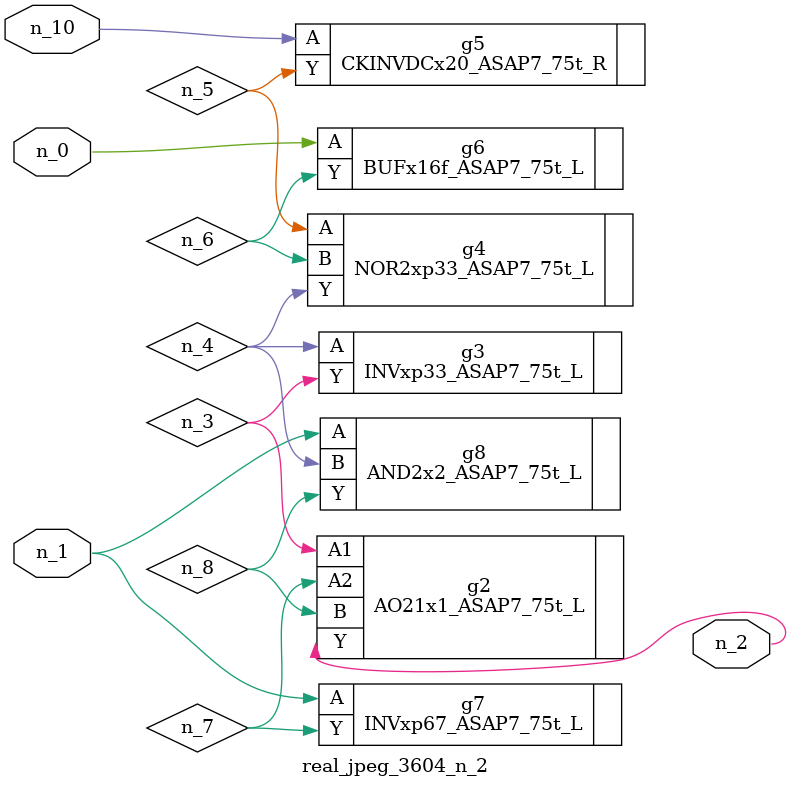
<source format=v>
module real_jpeg_3604_n_2 (n_1, n_10, n_0, n_2);

input n_1;
input n_10;
input n_0;

output n_2;

wire n_5;
wire n_4;
wire n_8;
wire n_6;
wire n_7;
wire n_3;

BUFx16f_ASAP7_75t_L g6 ( 
.A(n_0),
.Y(n_6)
);

INVxp67_ASAP7_75t_L g7 ( 
.A(n_1),
.Y(n_7)
);

AND2x2_ASAP7_75t_L g8 ( 
.A(n_1),
.B(n_4),
.Y(n_8)
);

AO21x1_ASAP7_75t_L g2 ( 
.A1(n_3),
.A2(n_7),
.B(n_8),
.Y(n_2)
);

INVxp33_ASAP7_75t_L g3 ( 
.A(n_4),
.Y(n_3)
);

NOR2xp33_ASAP7_75t_L g4 ( 
.A(n_5),
.B(n_6),
.Y(n_4)
);

CKINVDCx20_ASAP7_75t_R g5 ( 
.A(n_10),
.Y(n_5)
);


endmodule
</source>
